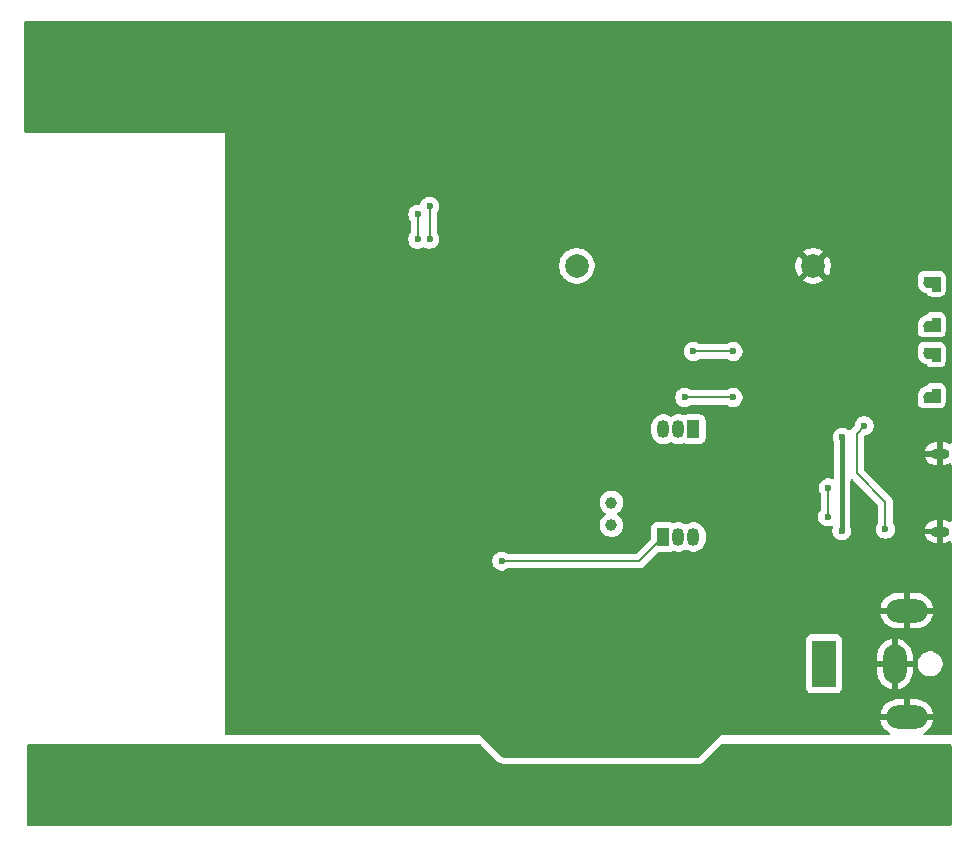
<source format=gbr>
%TF.GenerationSoftware,KiCad,Pcbnew,9.0.3*%
%TF.CreationDate,2025-08-19T04:28:39+03:00*%
%TF.ProjectId,esp,6573702e-6b69-4636-9164-5f7063625858,rev?*%
%TF.SameCoordinates,Original*%
%TF.FileFunction,Copper,L2,Bot*%
%TF.FilePolarity,Positive*%
%FSLAX46Y46*%
G04 Gerber Fmt 4.6, Leading zero omitted, Abs format (unit mm)*
G04 Created by KiCad (PCBNEW 9.0.3) date 2025-08-19 04:28:39*
%MOMM*%
%LPD*%
G01*
G04 APERTURE LIST*
%TA.AperFunction,EtchedComponent*%
%ADD10C,0.010000*%
%TD*%
%TA.AperFunction,ComponentPad*%
%ADD11C,1.000000*%
%TD*%
%TA.AperFunction,ComponentPad*%
%ADD12R,1.050000X1.500000*%
%TD*%
%TA.AperFunction,ComponentPad*%
%ADD13O,1.050000X1.500000*%
%TD*%
%TA.AperFunction,ComponentPad*%
%ADD14O,1.600000X0.900000*%
%TD*%
%TA.AperFunction,ComponentPad*%
%ADD15C,0.800000*%
%TD*%
%TA.AperFunction,ComponentPad*%
%ADD16C,2.000000*%
%TD*%
%TA.AperFunction,ComponentPad*%
%ADD17C,4.000000*%
%TD*%
%TA.AperFunction,ComponentPad*%
%ADD18R,2.000000X4.000000*%
%TD*%
%TA.AperFunction,ComponentPad*%
%ADD19O,2.000000X3.300000*%
%TD*%
%TA.AperFunction,ComponentPad*%
%ADD20O,3.500000X2.000000*%
%TD*%
%TA.AperFunction,ViaPad*%
%ADD21C,0.600000*%
%TD*%
%TA.AperFunction,Conductor*%
%ADD22C,0.400000*%
%TD*%
%TA.AperFunction,Conductor*%
%ADD23C,0.200000*%
%TD*%
G04 APERTURE END LIST*
D10*
%TO.C,S1*%
X117987500Y-66600000D02*
X117337500Y-66600000D01*
X117337500Y-66325000D01*
X117037500Y-66325000D01*
X117016500Y-66324000D01*
X116995500Y-66323000D01*
X116974500Y-66320000D01*
X116954500Y-66316000D01*
X116933500Y-66311000D01*
X116913500Y-66305000D01*
X116894500Y-66298000D01*
X116874500Y-66290000D01*
X116855500Y-66281000D01*
X116837500Y-66271000D01*
X116819500Y-66260000D01*
X116802500Y-66249000D01*
X116785500Y-66236000D01*
X116769500Y-66222000D01*
X116754500Y-66208000D01*
X116740500Y-66193000D01*
X116726500Y-66177000D01*
X116713500Y-66160000D01*
X116702500Y-66143000D01*
X116691500Y-66125000D01*
X116681500Y-66107000D01*
X116672500Y-66088000D01*
X116664500Y-66068000D01*
X116657500Y-66049000D01*
X116651500Y-66029000D01*
X116646500Y-66008000D01*
X116642500Y-65988000D01*
X116639500Y-65967000D01*
X116638500Y-65946000D01*
X116637500Y-65925000D01*
X116637500Y-65450000D01*
X117987500Y-65450000D01*
X117987500Y-66600000D01*
%TA.AperFunction,EtchedComponent*%
G36*
X117987500Y-66600000D02*
G01*
X117337500Y-66600000D01*
X117337500Y-66325000D01*
X117037500Y-66325000D01*
X117016500Y-66324000D01*
X116995500Y-66323000D01*
X116974500Y-66320000D01*
X116954500Y-66316000D01*
X116933500Y-66311000D01*
X116913500Y-66305000D01*
X116894500Y-66298000D01*
X116874500Y-66290000D01*
X116855500Y-66281000D01*
X116837500Y-66271000D01*
X116819500Y-66260000D01*
X116802500Y-66249000D01*
X116785500Y-66236000D01*
X116769500Y-66222000D01*
X116754500Y-66208000D01*
X116740500Y-66193000D01*
X116726500Y-66177000D01*
X116713500Y-66160000D01*
X116702500Y-66143000D01*
X116691500Y-66125000D01*
X116681500Y-66107000D01*
X116672500Y-66088000D01*
X116664500Y-66068000D01*
X116657500Y-66049000D01*
X116651500Y-66029000D01*
X116646500Y-66008000D01*
X116642500Y-65988000D01*
X116639500Y-65967000D01*
X116638500Y-65946000D01*
X116637500Y-65925000D01*
X116637500Y-65450000D01*
X117987500Y-65450000D01*
X117987500Y-66600000D01*
G37*
%TD.AperFunction*%
X117987500Y-70050000D02*
X116637500Y-70050000D01*
X116637500Y-69575000D01*
X116638500Y-69554000D01*
X116639500Y-69533000D01*
X116642500Y-69512000D01*
X116646500Y-69492000D01*
X116651500Y-69471000D01*
X116657500Y-69451000D01*
X116664500Y-69432000D01*
X116672500Y-69412000D01*
X116681500Y-69393000D01*
X116691500Y-69375000D01*
X116702500Y-69357000D01*
X116713500Y-69340000D01*
X116726500Y-69323000D01*
X116740500Y-69307000D01*
X116754500Y-69292000D01*
X116769500Y-69278000D01*
X116785500Y-69264000D01*
X116802500Y-69251000D01*
X116819500Y-69240000D01*
X116837500Y-69229000D01*
X116855500Y-69219000D01*
X116874500Y-69210000D01*
X116894500Y-69202000D01*
X116913500Y-69195000D01*
X116933500Y-69189000D01*
X116954500Y-69184000D01*
X116974500Y-69180000D01*
X116995500Y-69177000D01*
X117016500Y-69176000D01*
X117037500Y-69175000D01*
X117337500Y-69175000D01*
X117337500Y-68900000D01*
X117987500Y-68900000D01*
X117987500Y-70050000D01*
%TA.AperFunction,EtchedComponent*%
G36*
X117987500Y-70050000D02*
G01*
X116637500Y-70050000D01*
X116637500Y-69575000D01*
X116638500Y-69554000D01*
X116639500Y-69533000D01*
X116642500Y-69512000D01*
X116646500Y-69492000D01*
X116651500Y-69471000D01*
X116657500Y-69451000D01*
X116664500Y-69432000D01*
X116672500Y-69412000D01*
X116681500Y-69393000D01*
X116691500Y-69375000D01*
X116702500Y-69357000D01*
X116713500Y-69340000D01*
X116726500Y-69323000D01*
X116740500Y-69307000D01*
X116754500Y-69292000D01*
X116769500Y-69278000D01*
X116785500Y-69264000D01*
X116802500Y-69251000D01*
X116819500Y-69240000D01*
X116837500Y-69229000D01*
X116855500Y-69219000D01*
X116874500Y-69210000D01*
X116894500Y-69202000D01*
X116913500Y-69195000D01*
X116933500Y-69189000D01*
X116954500Y-69184000D01*
X116974500Y-69180000D01*
X116995500Y-69177000D01*
X117016500Y-69176000D01*
X117037500Y-69175000D01*
X117337500Y-69175000D01*
X117337500Y-68900000D01*
X117987500Y-68900000D01*
X117987500Y-70050000D01*
G37*
%TD.AperFunction*%
%TO.C,S2*%
X117987500Y-60600000D02*
X117337500Y-60600000D01*
X117337500Y-60325000D01*
X117037500Y-60325000D01*
X117016500Y-60324000D01*
X116995500Y-60323000D01*
X116974500Y-60320000D01*
X116954500Y-60316000D01*
X116933500Y-60311000D01*
X116913500Y-60305000D01*
X116894500Y-60298000D01*
X116874500Y-60290000D01*
X116855500Y-60281000D01*
X116837500Y-60271000D01*
X116819500Y-60260000D01*
X116802500Y-60249000D01*
X116785500Y-60236000D01*
X116769500Y-60222000D01*
X116754500Y-60208000D01*
X116740500Y-60193000D01*
X116726500Y-60177000D01*
X116713500Y-60160000D01*
X116702500Y-60143000D01*
X116691500Y-60125000D01*
X116681500Y-60107000D01*
X116672500Y-60088000D01*
X116664500Y-60068000D01*
X116657500Y-60049000D01*
X116651500Y-60029000D01*
X116646500Y-60008000D01*
X116642500Y-59988000D01*
X116639500Y-59967000D01*
X116638500Y-59946000D01*
X116637500Y-59925000D01*
X116637500Y-59450000D01*
X117987500Y-59450000D01*
X117987500Y-60600000D01*
%TA.AperFunction,EtchedComponent*%
G36*
X117987500Y-60600000D02*
G01*
X117337500Y-60600000D01*
X117337500Y-60325000D01*
X117037500Y-60325000D01*
X117016500Y-60324000D01*
X116995500Y-60323000D01*
X116974500Y-60320000D01*
X116954500Y-60316000D01*
X116933500Y-60311000D01*
X116913500Y-60305000D01*
X116894500Y-60298000D01*
X116874500Y-60290000D01*
X116855500Y-60281000D01*
X116837500Y-60271000D01*
X116819500Y-60260000D01*
X116802500Y-60249000D01*
X116785500Y-60236000D01*
X116769500Y-60222000D01*
X116754500Y-60208000D01*
X116740500Y-60193000D01*
X116726500Y-60177000D01*
X116713500Y-60160000D01*
X116702500Y-60143000D01*
X116691500Y-60125000D01*
X116681500Y-60107000D01*
X116672500Y-60088000D01*
X116664500Y-60068000D01*
X116657500Y-60049000D01*
X116651500Y-60029000D01*
X116646500Y-60008000D01*
X116642500Y-59988000D01*
X116639500Y-59967000D01*
X116638500Y-59946000D01*
X116637500Y-59925000D01*
X116637500Y-59450000D01*
X117987500Y-59450000D01*
X117987500Y-60600000D01*
G37*
%TD.AperFunction*%
X117987500Y-64050000D02*
X116637500Y-64050000D01*
X116637500Y-63575000D01*
X116638500Y-63554000D01*
X116639500Y-63533000D01*
X116642500Y-63512000D01*
X116646500Y-63492000D01*
X116651500Y-63471000D01*
X116657500Y-63451000D01*
X116664500Y-63432000D01*
X116672500Y-63412000D01*
X116681500Y-63393000D01*
X116691500Y-63375000D01*
X116702500Y-63357000D01*
X116713500Y-63340000D01*
X116726500Y-63323000D01*
X116740500Y-63307000D01*
X116754500Y-63292000D01*
X116769500Y-63278000D01*
X116785500Y-63264000D01*
X116802500Y-63251000D01*
X116819500Y-63240000D01*
X116837500Y-63229000D01*
X116855500Y-63219000D01*
X116874500Y-63210000D01*
X116894500Y-63202000D01*
X116913500Y-63195000D01*
X116933500Y-63189000D01*
X116954500Y-63184000D01*
X116974500Y-63180000D01*
X116995500Y-63177000D01*
X117016500Y-63176000D01*
X117037500Y-63175000D01*
X117337500Y-63175000D01*
X117337500Y-62900000D01*
X117987500Y-62900000D01*
X117987500Y-64050000D01*
%TA.AperFunction,EtchedComponent*%
G36*
X117987500Y-64050000D02*
G01*
X116637500Y-64050000D01*
X116637500Y-63575000D01*
X116638500Y-63554000D01*
X116639500Y-63533000D01*
X116642500Y-63512000D01*
X116646500Y-63492000D01*
X116651500Y-63471000D01*
X116657500Y-63451000D01*
X116664500Y-63432000D01*
X116672500Y-63412000D01*
X116681500Y-63393000D01*
X116691500Y-63375000D01*
X116702500Y-63357000D01*
X116713500Y-63340000D01*
X116726500Y-63323000D01*
X116740500Y-63307000D01*
X116754500Y-63292000D01*
X116769500Y-63278000D01*
X116785500Y-63264000D01*
X116802500Y-63251000D01*
X116819500Y-63240000D01*
X116837500Y-63229000D01*
X116855500Y-63219000D01*
X116874500Y-63210000D01*
X116894500Y-63202000D01*
X116913500Y-63195000D01*
X116933500Y-63189000D01*
X116954500Y-63184000D01*
X116974500Y-63180000D01*
X116995500Y-63177000D01*
X117016500Y-63176000D01*
X117037500Y-63175000D01*
X117337500Y-63175000D01*
X117337500Y-62900000D01*
X117987500Y-62900000D01*
X117987500Y-64050000D01*
G37*
%TD.AperFunction*%
%TD*%
D11*
%TO.P,Y1,1,1*%
%TO.N,Net-(U3-X1)*%
X90200000Y-80450000D03*
%TO.P,Y1,2,2*%
%TO.N,Net-(U3-X2)*%
X90200000Y-78550000D03*
%TD*%
D12*
%TO.P,Q1,1,C*%
%TO.N,/EN*%
X94600000Y-81460000D03*
D13*
%TO.P,Q1,2,B*%
%TO.N,Net-(Q1-B)*%
X95870000Y-81460000D03*
%TO.P,Q1,3,E*%
%TO.N,/RTS*%
X97140000Y-81460000D03*
%TD*%
D14*
%TO.P,J2,6,Shield*%
%TO.N,GND*%
X118000000Y-81000000D03*
X118000000Y-74400000D03*
%TD*%
D15*
%TO.P,S1,SH1*%
%TO.N,N/C*%
X117037500Y-65925000D03*
%TO.P,S1,SH2*%
X117037500Y-69575000D03*
%TD*%
D16*
%TO.P,bat_3v1,1,+*%
%TO.N,Net-(U3-VCC1)*%
X87275062Y-58500000D03*
%TO.P,bat_3v1,2,-*%
%TO.N,GND*%
X107275062Y-58500000D03*
%TD*%
D17*
%TO.P,HO1,1,1*%
%TO.N,+5V*%
X44500000Y-101750000D03*
%TD*%
%TO.P,HO2,1,1*%
%TO.N,+5V*%
X112000000Y-101750000D03*
%TD*%
D15*
%TO.P,S2,SH1*%
%TO.N,N/C*%
X117037500Y-59925000D03*
%TO.P,S2,SH2*%
X117037500Y-63575000D03*
%TD*%
D18*
%TO.P,J1,1*%
%TO.N,+9V*%
X108200000Y-92200000D03*
D19*
%TO.P,J1,2*%
%TO.N,GND*%
X114200000Y-92200000D03*
D20*
%TO.P,J1,MP,MountPin*%
X115200000Y-96700000D03*
X115200000Y-87700000D03*
%TD*%
D17*
%TO.P,HO4,1,1*%
%TO.N,GND*%
X112000000Y-40500000D03*
%TD*%
D12*
%TO.P,Q2,1,C*%
%TO.N,/IO0*%
X97140000Y-72340000D03*
D13*
%TO.P,Q2,2,B*%
%TO.N,Net-(Q2-B)*%
X95870000Y-72340000D03*
%TO.P,Q2,3,E*%
%TO.N,/DTR*%
X94600000Y-72340000D03*
%TD*%
D17*
%TO.P,HO3,1,1*%
%TO.N,GND*%
X44500000Y-40500000D03*
%TD*%
D21*
%TO.N,GND*%
X67300000Y-71750000D03*
X103500000Y-79300000D03*
X90900000Y-97550000D03*
X101500000Y-96450000D03*
X100600000Y-96350000D03*
X90900000Y-98350000D03*
X58450000Y-62250000D03*
X82300000Y-75650000D03*
X112000000Y-60850000D03*
X106600000Y-70950000D03*
X103550000Y-77150000D03*
X103900000Y-97250000D03*
X102300000Y-96450000D03*
X65000000Y-74050000D03*
X89300000Y-97550000D03*
X66600000Y-72450000D03*
X103100000Y-96450000D03*
X80700000Y-98950000D03*
X82300000Y-99750000D03*
X103600000Y-70950000D03*
X83900000Y-98950000D03*
X83100000Y-98950000D03*
X98200000Y-98812500D03*
X105500000Y-97250000D03*
X85100000Y-98150000D03*
X89300000Y-98350000D03*
X82300000Y-98950000D03*
X64300000Y-71750000D03*
X90100000Y-97550000D03*
X86900000Y-97550000D03*
X105650000Y-77150000D03*
X105650000Y-79350000D03*
X88500000Y-97550000D03*
X91200000Y-74300000D03*
X85900000Y-98150000D03*
X65200000Y-95250000D03*
X66600000Y-74050000D03*
X65000000Y-72450000D03*
X65800000Y-74750000D03*
X103100000Y-97250000D03*
X65790000Y-73280000D03*
X64200000Y-74750000D03*
X65800000Y-71750000D03*
X81500000Y-98950000D03*
X67300000Y-74750000D03*
X66500000Y-96450000D03*
X87700000Y-97550000D03*
X84700000Y-98950000D03*
X112362500Y-73900000D03*
X77700000Y-78350000D03*
X83100000Y-99750000D03*
X58285000Y-87300000D03*
X104700000Y-97250000D03*
X81500000Y-99750000D03*
X67300000Y-73250000D03*
X88500000Y-98350000D03*
X64300000Y-73250000D03*
X87700000Y-98350000D03*
X100200000Y-95650000D03*
X102300000Y-97250000D03*
X90100000Y-98350000D03*
X104700000Y-96450000D03*
X103900000Y-96450000D03*
X112000000Y-66850000D03*
X104550000Y-78250000D03*
X112362500Y-75400000D03*
X83900000Y-99750000D03*
X110900000Y-78000000D03*
X86900000Y-98350000D03*
X105500000Y-96450000D03*
X101500000Y-97250000D03*
X84700000Y-99750000D03*
X85500000Y-65350000D03*
%TO.N,+3.3V*%
X109737500Y-73000000D03*
X109700000Y-80950000D03*
%TO.N,/EN*%
X100500000Y-69650000D03*
X96400000Y-69650000D03*
X80900000Y-83500000D03*
%TO.N,+5V*%
X77500000Y-100750000D03*
X74500000Y-100750000D03*
X72500000Y-100750000D03*
X79500000Y-100750000D03*
X75500000Y-101750000D03*
X75500000Y-102750000D03*
X79500000Y-101750000D03*
X73500000Y-100750000D03*
X76500000Y-100750000D03*
X76500000Y-102750000D03*
X74500000Y-101750000D03*
X79500000Y-102750000D03*
X78500000Y-100750000D03*
X73500000Y-102750000D03*
X78500000Y-101750000D03*
X75500000Y-100750000D03*
X76500000Y-101750000D03*
X77500000Y-101750000D03*
X74500000Y-102750000D03*
X73500000Y-101750000D03*
X77500000Y-102750000D03*
X72500000Y-102750000D03*
X78500000Y-102750000D03*
X72500000Y-101750000D03*
%TO.N,/IO0*%
X97140000Y-65750000D03*
X100500000Y-65750000D03*
%TO.N,/VBUS*%
X113400000Y-80800000D03*
X111600000Y-72050000D03*
%TO.N,/USB_D_P*%
X108500000Y-79750000D03*
X108555331Y-77305331D03*
%TO.N,/ind_cs*%
X74800000Y-56250000D03*
X74800000Y-53450000D03*
%TO.N,/ind_clk*%
X73800000Y-54150000D03*
X73800000Y-56250000D03*
%TD*%
D22*
%TO.N,+3.3V*%
X109737500Y-80912500D02*
X109700000Y-80950000D01*
X109737500Y-73000000D02*
X109737500Y-80912500D01*
D23*
%TO.N,/EN*%
X92560000Y-83500000D02*
X80900000Y-83500000D01*
X92560000Y-83500000D02*
X94600000Y-81460000D01*
X100600000Y-69650000D02*
X100500000Y-69650000D01*
X100500000Y-69650000D02*
X96400000Y-69650000D01*
%TO.N,/IO0*%
X100500000Y-65750000D02*
X97140000Y-65750000D01*
%TO.N,/VBUS*%
X111600000Y-72050000D02*
X110950000Y-72700000D01*
X113400000Y-78500000D02*
X113400000Y-80800000D01*
X110950000Y-72700000D02*
X110950000Y-76050000D01*
X110950000Y-76050000D02*
X113400000Y-78500000D01*
%TO.N,/USB_D_P*%
X108555331Y-79694669D02*
X108500000Y-79750000D01*
X108555331Y-77305331D02*
X108555331Y-79694669D01*
%TO.N,/ind_cs*%
X74800000Y-53450000D02*
X74800000Y-56250000D01*
%TO.N,/ind_clk*%
X73800000Y-54150000D02*
X73800000Y-56250000D01*
%TD*%
%TA.AperFunction,Conductor*%
%TO.N,GND*%
G36*
X118942539Y-37769685D02*
G01*
X118988294Y-37822489D01*
X118999500Y-37874000D01*
X118999500Y-73459438D01*
X118979815Y-73526477D01*
X118927011Y-73572232D01*
X118857853Y-73582176D01*
X118806611Y-73562542D01*
X118799996Y-73558122D01*
X118799991Y-73558119D01*
X118627105Y-73486508D01*
X118627097Y-73486506D01*
X118443570Y-73450000D01*
X118250000Y-73450000D01*
X118250000Y-74150000D01*
X117750000Y-74150000D01*
X117750000Y-73450000D01*
X117556430Y-73450000D01*
X117372902Y-73486506D01*
X117372894Y-73486508D01*
X117200008Y-73558119D01*
X117199999Y-73558124D01*
X117044410Y-73662086D01*
X117044406Y-73662089D01*
X116912089Y-73794406D01*
X116912086Y-73794410D01*
X116808124Y-73949999D01*
X116808119Y-73950008D01*
X116736507Y-74122896D01*
X116736506Y-74122899D01*
X116731115Y-74149999D01*
X116731116Y-74150000D01*
X117600272Y-74150000D01*
X117508386Y-74188060D01*
X117438060Y-74258386D01*
X117400000Y-74350272D01*
X117400000Y-74449728D01*
X117438060Y-74541614D01*
X117508386Y-74611940D01*
X117600272Y-74650000D01*
X116731116Y-74650000D01*
X116736506Y-74677100D01*
X116736507Y-74677103D01*
X116808119Y-74849991D01*
X116808124Y-74850000D01*
X116912086Y-75005589D01*
X116912089Y-75005593D01*
X117044406Y-75137910D01*
X117044410Y-75137913D01*
X117199999Y-75241875D01*
X117200008Y-75241880D01*
X117372894Y-75313491D01*
X117372902Y-75313493D01*
X117556428Y-75349999D01*
X117556431Y-75350000D01*
X117750000Y-75350000D01*
X117750000Y-74650000D01*
X118250000Y-74650000D01*
X118250000Y-75350000D01*
X118443569Y-75350000D01*
X118443571Y-75349999D01*
X118627097Y-75313493D01*
X118627105Y-75313491D01*
X118799991Y-75241880D01*
X118800000Y-75241875D01*
X118806605Y-75237462D01*
X118873282Y-75216581D01*
X118940663Y-75235063D01*
X118987355Y-75287040D01*
X118999500Y-75340561D01*
X118999500Y-80059438D01*
X118979815Y-80126477D01*
X118927011Y-80172232D01*
X118857853Y-80182176D01*
X118806611Y-80162542D01*
X118799996Y-80158122D01*
X118799991Y-80158119D01*
X118627105Y-80086508D01*
X118627097Y-80086506D01*
X118443570Y-80050000D01*
X118250000Y-80050000D01*
X118250000Y-80750000D01*
X117750000Y-80750000D01*
X117750000Y-80050000D01*
X117556430Y-80050000D01*
X117372902Y-80086506D01*
X117372894Y-80086508D01*
X117200008Y-80158119D01*
X117199999Y-80158124D01*
X117044410Y-80262086D01*
X117044406Y-80262089D01*
X116912089Y-80394406D01*
X116912086Y-80394410D01*
X116808124Y-80549999D01*
X116808119Y-80550008D01*
X116736507Y-80722896D01*
X116736506Y-80722899D01*
X116731115Y-80749999D01*
X116731116Y-80750000D01*
X117600272Y-80750000D01*
X117508386Y-80788060D01*
X117438060Y-80858386D01*
X117400000Y-80950272D01*
X117400000Y-81049728D01*
X117438060Y-81141614D01*
X117508386Y-81211940D01*
X117600272Y-81250000D01*
X116731116Y-81250000D01*
X116736506Y-81277100D01*
X116736507Y-81277103D01*
X116808119Y-81449991D01*
X116808124Y-81450000D01*
X116912086Y-81605589D01*
X116912089Y-81605593D01*
X117044406Y-81737910D01*
X117044410Y-81737913D01*
X117199999Y-81841875D01*
X117200008Y-81841880D01*
X117372894Y-81913491D01*
X117372902Y-81913493D01*
X117556428Y-81949999D01*
X117556431Y-81950000D01*
X117750000Y-81950000D01*
X117750000Y-81250000D01*
X118250000Y-81250000D01*
X118250000Y-81950000D01*
X118443569Y-81950000D01*
X118443571Y-81949999D01*
X118627097Y-81913493D01*
X118627105Y-81913491D01*
X118799991Y-81841880D01*
X118800000Y-81841875D01*
X118806605Y-81837462D01*
X118873282Y-81816581D01*
X118940663Y-81835063D01*
X118987355Y-81887040D01*
X118999500Y-81940561D01*
X118999500Y-98126000D01*
X118979815Y-98193039D01*
X118927011Y-98238794D01*
X118875500Y-98250000D01*
X116728485Y-98250000D01*
X116661446Y-98230315D01*
X116615691Y-98177511D01*
X116605747Y-98108353D01*
X116634772Y-98044797D01*
X116672190Y-98015515D01*
X116736171Y-97982914D01*
X116927186Y-97844133D01*
X117094133Y-97677186D01*
X117232914Y-97486171D01*
X117340102Y-97275802D01*
X117413065Y-97051247D01*
X117429102Y-96950000D01*
X116383012Y-96950000D01*
X116415925Y-96892993D01*
X116450000Y-96765826D01*
X116450000Y-96634174D01*
X116415925Y-96507007D01*
X116383012Y-96450000D01*
X117429102Y-96450000D01*
X117413065Y-96348752D01*
X117340102Y-96124197D01*
X117232914Y-95913828D01*
X117094133Y-95722813D01*
X116927186Y-95555866D01*
X116736171Y-95417085D01*
X116525802Y-95309897D01*
X116301247Y-95236934D01*
X116301248Y-95236934D01*
X116068052Y-95200000D01*
X115450000Y-95200000D01*
X115450000Y-96200000D01*
X114950000Y-96200000D01*
X114950000Y-95200000D01*
X114331948Y-95200000D01*
X114098752Y-95236934D01*
X113874197Y-95309897D01*
X113663828Y-95417085D01*
X113472813Y-95555866D01*
X113305866Y-95722813D01*
X113167085Y-95913828D01*
X113059897Y-96124197D01*
X112986934Y-96348752D01*
X112970898Y-96450000D01*
X114016988Y-96450000D01*
X113984075Y-96507007D01*
X113950000Y-96634174D01*
X113950000Y-96765826D01*
X113984075Y-96892993D01*
X114016988Y-96950000D01*
X112970898Y-96950000D01*
X112986934Y-97051247D01*
X113059897Y-97275802D01*
X113167085Y-97486171D01*
X113305866Y-97677186D01*
X113472813Y-97844133D01*
X113663828Y-97982914D01*
X113727810Y-98015515D01*
X113778606Y-98063490D01*
X113795401Y-98131311D01*
X113772863Y-98197446D01*
X113718148Y-98240897D01*
X113671515Y-98250000D01*
X99499999Y-98250000D01*
X97636319Y-100113681D01*
X97574996Y-100147166D01*
X97548638Y-100150000D01*
X81051362Y-100150000D01*
X80984323Y-100130315D01*
X80963681Y-100113681D01*
X79100000Y-98250000D01*
X57624000Y-98250000D01*
X57556961Y-98230315D01*
X57511206Y-98177511D01*
X57500000Y-98126000D01*
X57500000Y-90152135D01*
X106699500Y-90152135D01*
X106699500Y-94247870D01*
X106699501Y-94247876D01*
X106705908Y-94307483D01*
X106756202Y-94442328D01*
X106756206Y-94442335D01*
X106842452Y-94557544D01*
X106842455Y-94557547D01*
X106957664Y-94643793D01*
X106957671Y-94643797D01*
X107092517Y-94694091D01*
X107092516Y-94694091D01*
X107099444Y-94694835D01*
X107152127Y-94700500D01*
X109247872Y-94700499D01*
X109307483Y-94694091D01*
X109442331Y-94643796D01*
X109557546Y-94557546D01*
X109643796Y-94442331D01*
X109694091Y-94307483D01*
X109700500Y-94247873D01*
X109700499Y-91431947D01*
X112700000Y-91431947D01*
X112700000Y-91950000D01*
X113700000Y-91950000D01*
X113700000Y-92450000D01*
X112700000Y-92450000D01*
X112700000Y-92968052D01*
X112736934Y-93201247D01*
X112809897Y-93425802D01*
X112917085Y-93636171D01*
X113055866Y-93827186D01*
X113222813Y-93994133D01*
X113413828Y-94132914D01*
X113624195Y-94240102D01*
X113848744Y-94313063D01*
X113848750Y-94313065D01*
X113950000Y-94329101D01*
X113950000Y-93283012D01*
X114007007Y-93315925D01*
X114134174Y-93350000D01*
X114265826Y-93350000D01*
X114392993Y-93315925D01*
X114450000Y-93283012D01*
X114450000Y-94329100D01*
X114551249Y-94313065D01*
X114551255Y-94313063D01*
X114775804Y-94240102D01*
X114986171Y-94132914D01*
X115177186Y-93994133D01*
X115344133Y-93827186D01*
X115482914Y-93636171D01*
X115590102Y-93425802D01*
X115663065Y-93201247D01*
X115700000Y-92968052D01*
X115700000Y-92450000D01*
X114700000Y-92450000D01*
X114700000Y-92096530D01*
X116149500Y-92096530D01*
X116149500Y-92303469D01*
X116189868Y-92506412D01*
X116189870Y-92506420D01*
X116269058Y-92697596D01*
X116384024Y-92869657D01*
X116530342Y-93015975D01*
X116530345Y-93015977D01*
X116702402Y-93130941D01*
X116893580Y-93210130D01*
X117094519Y-93250099D01*
X117096530Y-93250499D01*
X117096534Y-93250500D01*
X117096535Y-93250500D01*
X117303466Y-93250500D01*
X117303467Y-93250499D01*
X117506420Y-93210130D01*
X117697598Y-93130941D01*
X117869655Y-93015977D01*
X118015977Y-92869655D01*
X118130941Y-92697598D01*
X118210130Y-92506420D01*
X118250500Y-92303465D01*
X118250500Y-92096535D01*
X118210130Y-91893580D01*
X118130941Y-91702402D01*
X118015977Y-91530345D01*
X118015975Y-91530342D01*
X117869657Y-91384024D01*
X117783626Y-91326541D01*
X117697598Y-91269059D01*
X117634669Y-91242993D01*
X117506420Y-91189870D01*
X117506412Y-91189868D01*
X117303469Y-91149500D01*
X117303465Y-91149500D01*
X117096535Y-91149500D01*
X117096530Y-91149500D01*
X116893587Y-91189868D01*
X116893579Y-91189870D01*
X116702403Y-91269058D01*
X116530342Y-91384024D01*
X116384024Y-91530342D01*
X116269058Y-91702403D01*
X116189870Y-91893579D01*
X116189868Y-91893587D01*
X116149500Y-92096530D01*
X114700000Y-92096530D01*
X114700000Y-91950000D01*
X115700000Y-91950000D01*
X115700000Y-91431947D01*
X115663065Y-91198752D01*
X115590102Y-90974197D01*
X115482914Y-90763828D01*
X115344133Y-90572813D01*
X115177186Y-90405866D01*
X114986171Y-90267085D01*
X114775802Y-90159897D01*
X114551247Y-90086934D01*
X114450000Y-90070897D01*
X114450000Y-91116988D01*
X114392993Y-91084075D01*
X114265826Y-91050000D01*
X114134174Y-91050000D01*
X114007007Y-91084075D01*
X113950000Y-91116988D01*
X113950000Y-90070897D01*
X113848752Y-90086934D01*
X113624197Y-90159897D01*
X113413828Y-90267085D01*
X113222813Y-90405866D01*
X113055866Y-90572813D01*
X112917085Y-90763828D01*
X112809897Y-90974197D01*
X112736934Y-91198752D01*
X112700000Y-91431947D01*
X109700499Y-91431947D01*
X109700499Y-90152128D01*
X109694091Y-90092517D01*
X109686027Y-90070897D01*
X109643797Y-89957671D01*
X109643793Y-89957664D01*
X109557547Y-89842455D01*
X109557544Y-89842452D01*
X109442335Y-89756206D01*
X109442328Y-89756202D01*
X109307482Y-89705908D01*
X109307483Y-89705908D01*
X109247883Y-89699501D01*
X109247881Y-89699500D01*
X109247873Y-89699500D01*
X109247864Y-89699500D01*
X107152129Y-89699500D01*
X107152123Y-89699501D01*
X107092516Y-89705908D01*
X106957671Y-89756202D01*
X106957664Y-89756206D01*
X106842455Y-89842452D01*
X106842452Y-89842455D01*
X106756206Y-89957664D01*
X106756202Y-89957671D01*
X106705908Y-90092517D01*
X106699501Y-90152116D01*
X106699501Y-90152123D01*
X106699500Y-90152135D01*
X57500000Y-90152135D01*
X57500000Y-87450000D01*
X112970898Y-87450000D01*
X114016988Y-87450000D01*
X113984075Y-87507007D01*
X113950000Y-87634174D01*
X113950000Y-87765826D01*
X113984075Y-87892993D01*
X114016988Y-87950000D01*
X112970898Y-87950000D01*
X112986934Y-88051247D01*
X113059897Y-88275802D01*
X113167085Y-88486171D01*
X113305866Y-88677186D01*
X113472813Y-88844133D01*
X113663828Y-88982914D01*
X113874197Y-89090102D01*
X114098752Y-89163065D01*
X114098751Y-89163065D01*
X114331948Y-89200000D01*
X114950000Y-89200000D01*
X114950000Y-88200000D01*
X115450000Y-88200000D01*
X115450000Y-89200000D01*
X116068052Y-89200000D01*
X116301247Y-89163065D01*
X116525802Y-89090102D01*
X116736171Y-88982914D01*
X116927186Y-88844133D01*
X117094133Y-88677186D01*
X117232914Y-88486171D01*
X117340102Y-88275802D01*
X117413065Y-88051247D01*
X117429102Y-87950000D01*
X116383012Y-87950000D01*
X116415925Y-87892993D01*
X116450000Y-87765826D01*
X116450000Y-87634174D01*
X116415925Y-87507007D01*
X116383012Y-87450000D01*
X117429102Y-87450000D01*
X117413065Y-87348752D01*
X117340102Y-87124197D01*
X117232914Y-86913828D01*
X117094133Y-86722813D01*
X116927186Y-86555866D01*
X116736171Y-86417085D01*
X116525802Y-86309897D01*
X116301247Y-86236934D01*
X116301248Y-86236934D01*
X116068052Y-86200000D01*
X115450000Y-86200000D01*
X115450000Y-87200000D01*
X114950000Y-87200000D01*
X114950000Y-86200000D01*
X114331948Y-86200000D01*
X114098752Y-86236934D01*
X113874197Y-86309897D01*
X113663828Y-86417085D01*
X113472813Y-86555866D01*
X113305866Y-86722813D01*
X113167085Y-86913828D01*
X113059897Y-87124197D01*
X112986934Y-87348752D01*
X112970898Y-87450000D01*
X57500000Y-87450000D01*
X57500000Y-83421153D01*
X80099500Y-83421153D01*
X80099500Y-83578846D01*
X80130261Y-83733489D01*
X80130264Y-83733501D01*
X80190602Y-83879172D01*
X80190609Y-83879185D01*
X80278210Y-84010288D01*
X80278213Y-84010292D01*
X80389707Y-84121786D01*
X80389711Y-84121789D01*
X80520814Y-84209390D01*
X80520827Y-84209397D01*
X80666498Y-84269735D01*
X80666503Y-84269737D01*
X80821153Y-84300499D01*
X80821156Y-84300500D01*
X80821158Y-84300500D01*
X80978844Y-84300500D01*
X80978845Y-84300499D01*
X81133497Y-84269737D01*
X81279179Y-84209394D01*
X81279185Y-84209390D01*
X81410875Y-84121398D01*
X81477553Y-84100520D01*
X81479766Y-84100500D01*
X92473331Y-84100500D01*
X92473347Y-84100501D01*
X92480943Y-84100501D01*
X92639054Y-84100501D01*
X92639057Y-84100501D01*
X92791785Y-84059577D01*
X92841904Y-84030639D01*
X92928716Y-83980520D01*
X93040520Y-83868716D01*
X93040520Y-83868714D01*
X93050728Y-83858507D01*
X93050730Y-83858504D01*
X94162416Y-82746818D01*
X94223739Y-82713333D01*
X94250097Y-82710499D01*
X95172871Y-82710499D01*
X95172872Y-82710499D01*
X95232483Y-82704091D01*
X95367331Y-82653796D01*
X95368430Y-82652972D01*
X95369717Y-82652492D01*
X95375112Y-82649547D01*
X95375535Y-82650322D01*
X95433887Y-82628552D01*
X95490198Y-82637673D01*
X95570873Y-82671091D01*
X95713696Y-82699500D01*
X95768992Y-82710499D01*
X95768996Y-82710500D01*
X95768997Y-82710500D01*
X95971004Y-82710500D01*
X95971005Y-82710499D01*
X96169127Y-82671091D01*
X96355756Y-82593786D01*
X96436110Y-82540094D01*
X96502786Y-82519217D01*
X96570166Y-82537701D01*
X96573865Y-82540078D01*
X96654244Y-82593786D01*
X96840873Y-82671091D01*
X96983696Y-82699500D01*
X97038992Y-82710499D01*
X97038996Y-82710500D01*
X97038997Y-82710500D01*
X97241004Y-82710500D01*
X97241005Y-82710499D01*
X97439127Y-82671091D01*
X97625756Y-82593786D01*
X97793718Y-82481558D01*
X97936558Y-82338718D01*
X98048786Y-82170756D01*
X98126091Y-81984127D01*
X98165500Y-81786003D01*
X98165500Y-81133997D01*
X98126091Y-80935873D01*
X98048786Y-80749244D01*
X98048784Y-80749241D01*
X98048782Y-80749237D01*
X97936558Y-80581281D01*
X97793718Y-80438441D01*
X97625762Y-80326217D01*
X97625752Y-80326212D01*
X97439127Y-80248909D01*
X97439119Y-80248907D01*
X97241007Y-80209500D01*
X97241003Y-80209500D01*
X97038997Y-80209500D01*
X97038992Y-80209500D01*
X96840880Y-80248907D01*
X96840872Y-80248909D01*
X96654244Y-80326213D01*
X96573891Y-80379904D01*
X96507213Y-80400782D01*
X96439833Y-80382297D01*
X96436109Y-80379904D01*
X96355755Y-80326213D01*
X96169127Y-80248909D01*
X96169119Y-80248907D01*
X95971007Y-80209500D01*
X95971003Y-80209500D01*
X95768997Y-80209500D01*
X95768992Y-80209500D01*
X95570880Y-80248907D01*
X95570868Y-80248910D01*
X95490198Y-80282325D01*
X95420729Y-80289794D01*
X95375342Y-80270036D01*
X95375114Y-80270454D01*
X95370447Y-80267905D01*
X95368432Y-80267028D01*
X95367331Y-80266204D01*
X95367330Y-80266203D01*
X95367328Y-80266202D01*
X95232482Y-80215908D01*
X95232483Y-80215908D01*
X95172883Y-80209501D01*
X95172881Y-80209500D01*
X95172873Y-80209500D01*
X95172864Y-80209500D01*
X94027129Y-80209500D01*
X94027123Y-80209501D01*
X93967516Y-80215908D01*
X93832671Y-80266202D01*
X93832664Y-80266206D01*
X93717455Y-80352452D01*
X93717452Y-80352455D01*
X93631206Y-80467664D01*
X93631202Y-80467671D01*
X93580908Y-80602517D01*
X93574501Y-80662116D01*
X93574500Y-80662135D01*
X93574500Y-81584901D01*
X93554815Y-81651940D01*
X93538181Y-81672582D01*
X92347584Y-82863181D01*
X92286261Y-82896666D01*
X92259903Y-82899500D01*
X81479766Y-82899500D01*
X81412727Y-82879815D01*
X81410875Y-82878602D01*
X81279185Y-82790609D01*
X81279172Y-82790602D01*
X81133501Y-82730264D01*
X81133489Y-82730261D01*
X80978845Y-82699500D01*
X80978842Y-82699500D01*
X80821158Y-82699500D01*
X80821155Y-82699500D01*
X80666510Y-82730261D01*
X80666498Y-82730264D01*
X80520827Y-82790602D01*
X80520814Y-82790609D01*
X80389711Y-82878210D01*
X80389707Y-82878213D01*
X80278213Y-82989707D01*
X80278210Y-82989711D01*
X80190609Y-83120814D01*
X80190602Y-83120827D01*
X80130264Y-83266498D01*
X80130261Y-83266510D01*
X80099500Y-83421153D01*
X57500000Y-83421153D01*
X57500000Y-78648543D01*
X89199499Y-78648543D01*
X89237947Y-78841829D01*
X89237950Y-78841839D01*
X89313364Y-79023907D01*
X89313371Y-79023920D01*
X89422860Y-79187781D01*
X89422863Y-79187785D01*
X89562214Y-79327136D01*
X89562218Y-79327139D01*
X89666618Y-79396898D01*
X89711423Y-79450511D01*
X89720130Y-79519836D01*
X89689975Y-79582863D01*
X89666618Y-79603102D01*
X89562218Y-79672860D01*
X89562214Y-79672863D01*
X89422863Y-79812214D01*
X89422860Y-79812218D01*
X89313371Y-79976079D01*
X89313364Y-79976092D01*
X89237950Y-80158160D01*
X89237947Y-80158170D01*
X89199500Y-80351456D01*
X89199500Y-80351459D01*
X89199500Y-80548541D01*
X89199500Y-80548543D01*
X89199499Y-80548543D01*
X89237947Y-80741829D01*
X89237950Y-80741839D01*
X89313364Y-80923907D01*
X89313371Y-80923920D01*
X89422860Y-81087781D01*
X89422863Y-81087785D01*
X89562214Y-81227136D01*
X89562218Y-81227139D01*
X89726079Y-81336628D01*
X89726092Y-81336635D01*
X89908160Y-81412049D01*
X89908165Y-81412051D01*
X89908169Y-81412051D01*
X89908170Y-81412052D01*
X90101456Y-81450500D01*
X90101459Y-81450500D01*
X90298543Y-81450500D01*
X90442894Y-81421786D01*
X90491835Y-81412051D01*
X90673914Y-81336632D01*
X90837782Y-81227139D01*
X90977139Y-81087782D01*
X91086632Y-80923914D01*
X91162051Y-80741835D01*
X91177798Y-80662670D01*
X91200500Y-80548543D01*
X91200500Y-80351456D01*
X91162052Y-80158170D01*
X91162051Y-80158169D01*
X91162051Y-80158165D01*
X91132369Y-80086506D01*
X91086635Y-79976092D01*
X91086628Y-79976079D01*
X90977139Y-79812218D01*
X90977136Y-79812214D01*
X90837785Y-79672863D01*
X90837777Y-79672857D01*
X90835227Y-79671153D01*
X107699500Y-79671153D01*
X107699500Y-79828846D01*
X107730261Y-79983489D01*
X107730264Y-79983501D01*
X107790602Y-80129172D01*
X107790609Y-80129185D01*
X107878210Y-80260288D01*
X107878213Y-80260292D01*
X107989707Y-80371786D01*
X107989711Y-80371789D01*
X108120814Y-80459390D01*
X108120827Y-80459397D01*
X108264646Y-80518968D01*
X108266503Y-80519737D01*
X108411310Y-80548541D01*
X108421153Y-80550499D01*
X108421156Y-80550500D01*
X108421158Y-80550500D01*
X108578844Y-80550500D01*
X108578845Y-80550499D01*
X108733497Y-80519737D01*
X108792825Y-80495162D01*
X108862291Y-80487694D01*
X108924770Y-80518968D01*
X108960423Y-80579057D01*
X108957930Y-80648882D01*
X108954837Y-80657175D01*
X108930263Y-80716503D01*
X108930261Y-80716510D01*
X108899500Y-80871153D01*
X108899500Y-81028846D01*
X108930261Y-81183489D01*
X108930264Y-81183501D01*
X108990602Y-81329172D01*
X108990609Y-81329185D01*
X109078210Y-81460288D01*
X109078213Y-81460292D01*
X109189707Y-81571786D01*
X109189711Y-81571789D01*
X109320814Y-81659390D01*
X109320827Y-81659397D01*
X109466498Y-81719735D01*
X109466503Y-81719737D01*
X109621153Y-81750499D01*
X109621156Y-81750500D01*
X109621158Y-81750500D01*
X109778844Y-81750500D01*
X109778845Y-81750499D01*
X109933497Y-81719737D01*
X110079179Y-81659394D01*
X110210289Y-81571789D01*
X110321789Y-81460289D01*
X110409394Y-81329179D01*
X110469737Y-81183497D01*
X110500500Y-81028842D01*
X110500500Y-80871158D01*
X110500500Y-80871155D01*
X110500499Y-80871153D01*
X110469739Y-80716511D01*
X110469736Y-80716501D01*
X110447439Y-80662670D01*
X110438000Y-80615218D01*
X110438000Y-76686597D01*
X110457685Y-76619558D01*
X110510489Y-76573803D01*
X110579647Y-76563859D01*
X110643203Y-76592884D01*
X110649681Y-76598916D01*
X112763181Y-78712416D01*
X112796666Y-78773739D01*
X112799500Y-78800097D01*
X112799500Y-80220234D01*
X112779815Y-80287273D01*
X112778602Y-80289125D01*
X112690609Y-80420814D01*
X112690602Y-80420827D01*
X112630264Y-80566498D01*
X112630261Y-80566510D01*
X112599500Y-80721153D01*
X112599500Y-80878846D01*
X112630261Y-81033489D01*
X112630264Y-81033501D01*
X112690602Y-81179172D01*
X112690609Y-81179185D01*
X112778210Y-81310288D01*
X112778213Y-81310292D01*
X112889707Y-81421786D01*
X112889711Y-81421789D01*
X113020814Y-81509390D01*
X113020827Y-81509397D01*
X113166498Y-81569735D01*
X113166503Y-81569737D01*
X113321153Y-81600499D01*
X113321156Y-81600500D01*
X113321158Y-81600500D01*
X113478844Y-81600500D01*
X113478845Y-81600499D01*
X113633497Y-81569737D01*
X113779179Y-81509394D01*
X113910289Y-81421789D01*
X114021789Y-81310289D01*
X114109394Y-81179179D01*
X114109398Y-81179170D01*
X114113521Y-81169218D01*
X114169735Y-81033501D01*
X114169737Y-81033497D01*
X114200500Y-80878842D01*
X114200500Y-80721158D01*
X114200500Y-80721155D01*
X114200499Y-80721153D01*
X114188866Y-80662670D01*
X114169737Y-80566503D01*
X114169735Y-80566498D01*
X114109397Y-80420827D01*
X114109390Y-80420814D01*
X114021398Y-80289125D01*
X114000520Y-80222447D01*
X114000500Y-80220234D01*
X114000500Y-78420945D01*
X114000500Y-78420943D01*
X113959577Y-78268216D01*
X113959577Y-78268215D01*
X113941590Y-78237061D01*
X113917020Y-78194504D01*
X113917020Y-78194503D01*
X113880524Y-78131290D01*
X113880521Y-78131286D01*
X113880520Y-78131284D01*
X113768716Y-78019480D01*
X113768715Y-78019479D01*
X113764385Y-78015149D01*
X113764374Y-78015139D01*
X111586819Y-75837584D01*
X111553334Y-75776261D01*
X111550500Y-75749903D01*
X111550500Y-73000097D01*
X111559144Y-72970657D01*
X111565667Y-72940672D01*
X111569422Y-72935654D01*
X111570185Y-72933058D01*
X111586812Y-72912422D01*
X111614662Y-72884572D01*
X111675981Y-72851089D01*
X111678150Y-72850638D01*
X111736085Y-72839113D01*
X111833497Y-72819737D01*
X111979179Y-72759394D01*
X112110289Y-72671789D01*
X112221789Y-72560289D01*
X112309394Y-72429179D01*
X112369737Y-72283497D01*
X112400500Y-72128842D01*
X112400500Y-71971158D01*
X112400500Y-71971155D01*
X112400499Y-71971153D01*
X112369738Y-71816510D01*
X112369738Y-71816508D01*
X112369737Y-71816503D01*
X112369476Y-71815872D01*
X112309397Y-71670827D01*
X112309390Y-71670814D01*
X112221789Y-71539711D01*
X112221786Y-71539707D01*
X112110292Y-71428213D01*
X112110288Y-71428210D01*
X111979185Y-71340609D01*
X111979172Y-71340602D01*
X111833501Y-71280264D01*
X111833489Y-71280261D01*
X111678845Y-71249500D01*
X111678842Y-71249500D01*
X111521158Y-71249500D01*
X111521155Y-71249500D01*
X111366510Y-71280261D01*
X111366498Y-71280264D01*
X111220827Y-71340602D01*
X111220814Y-71340609D01*
X111089711Y-71428210D01*
X111089707Y-71428213D01*
X110978213Y-71539707D01*
X110978210Y-71539711D01*
X110890609Y-71670814D01*
X110890602Y-71670827D01*
X110830264Y-71816498D01*
X110830261Y-71816508D01*
X110799361Y-71971849D01*
X110766976Y-72033760D01*
X110765425Y-72035338D01*
X110583892Y-72216871D01*
X110583883Y-72216880D01*
X110581286Y-72219478D01*
X110581284Y-72219480D01*
X110469480Y-72331284D01*
X110445659Y-72372543D01*
X110437293Y-72381965D01*
X110417925Y-72394082D01*
X110401393Y-72409846D01*
X110388870Y-72412259D01*
X110378060Y-72419023D01*
X110355220Y-72418745D01*
X110332786Y-72423070D01*
X110320945Y-72418329D01*
X110308196Y-72418175D01*
X110289130Y-72405592D01*
X110267921Y-72397102D01*
X110256891Y-72387312D01*
X110247792Y-72378213D01*
X110247788Y-72378210D01*
X110116685Y-72290609D01*
X110116672Y-72290602D01*
X109971001Y-72230264D01*
X109970989Y-72230261D01*
X109816345Y-72199500D01*
X109816342Y-72199500D01*
X109658658Y-72199500D01*
X109658655Y-72199500D01*
X109504010Y-72230261D01*
X109503998Y-72230264D01*
X109358327Y-72290602D01*
X109358314Y-72290609D01*
X109227211Y-72378210D01*
X109227207Y-72378213D01*
X109115713Y-72489707D01*
X109115710Y-72489711D01*
X109028109Y-72620814D01*
X109028102Y-72620827D01*
X108967764Y-72766498D01*
X108967761Y-72766510D01*
X108937000Y-72921153D01*
X108937000Y-73078846D01*
X108967761Y-73233489D01*
X108967764Y-73233501D01*
X109027561Y-73377864D01*
X109037000Y-73425316D01*
X109037000Y-76452811D01*
X109017315Y-76519850D01*
X108964511Y-76565605D01*
X108895353Y-76575549D01*
X108865548Y-76567372D01*
X108788832Y-76535595D01*
X108788820Y-76535592D01*
X108634176Y-76504831D01*
X108634173Y-76504831D01*
X108476489Y-76504831D01*
X108476486Y-76504831D01*
X108321841Y-76535592D01*
X108321829Y-76535595D01*
X108176158Y-76595933D01*
X108176145Y-76595940D01*
X108045042Y-76683541D01*
X108045038Y-76683544D01*
X107933544Y-76795038D01*
X107933541Y-76795042D01*
X107845940Y-76926145D01*
X107845933Y-76926158D01*
X107785595Y-77071829D01*
X107785592Y-77071841D01*
X107754831Y-77226484D01*
X107754831Y-77384177D01*
X107785592Y-77538820D01*
X107785595Y-77538832D01*
X107845933Y-77684503D01*
X107845940Y-77684516D01*
X107933933Y-77816205D01*
X107954811Y-77882882D01*
X107954831Y-77885096D01*
X107954831Y-79111728D01*
X107935146Y-79178767D01*
X107918512Y-79199409D01*
X107878213Y-79239707D01*
X107878210Y-79239711D01*
X107790609Y-79370814D01*
X107790602Y-79370827D01*
X107730264Y-79516498D01*
X107730261Y-79516510D01*
X107699500Y-79671153D01*
X90835227Y-79671153D01*
X90733381Y-79603102D01*
X90688575Y-79549490D01*
X90679868Y-79480165D01*
X90710022Y-79417138D01*
X90733381Y-79396898D01*
X90797553Y-79354019D01*
X90837782Y-79327139D01*
X90977139Y-79187782D01*
X91086632Y-79023914D01*
X91162051Y-78841835D01*
X91180570Y-78748735D01*
X91200500Y-78648543D01*
X91200500Y-78451456D01*
X91162052Y-78258170D01*
X91162051Y-78258169D01*
X91162051Y-78258165D01*
X91162049Y-78258160D01*
X91086635Y-78076092D01*
X91086628Y-78076079D01*
X90977139Y-77912218D01*
X90977136Y-77912214D01*
X90837785Y-77772863D01*
X90837781Y-77772860D01*
X90673920Y-77663371D01*
X90673907Y-77663364D01*
X90491839Y-77587950D01*
X90491829Y-77587947D01*
X90298543Y-77549500D01*
X90298541Y-77549500D01*
X90101459Y-77549500D01*
X90101457Y-77549500D01*
X89908170Y-77587947D01*
X89908160Y-77587950D01*
X89726092Y-77663364D01*
X89726079Y-77663371D01*
X89562218Y-77772860D01*
X89562214Y-77772863D01*
X89422863Y-77912214D01*
X89422860Y-77912218D01*
X89313371Y-78076079D01*
X89313364Y-78076092D01*
X89237950Y-78258160D01*
X89237947Y-78258170D01*
X89199500Y-78451456D01*
X89199500Y-78451459D01*
X89199500Y-78648541D01*
X89199500Y-78648543D01*
X89199499Y-78648543D01*
X57500000Y-78648543D01*
X57500000Y-72013992D01*
X93574500Y-72013992D01*
X93574500Y-72666007D01*
X93613907Y-72864119D01*
X93613909Y-72864127D01*
X93691212Y-73050752D01*
X93691217Y-73050762D01*
X93803441Y-73218718D01*
X93946281Y-73361558D01*
X94114237Y-73473782D01*
X94114241Y-73473784D01*
X94114244Y-73473786D01*
X94300873Y-73551091D01*
X94466777Y-73584091D01*
X94498992Y-73590499D01*
X94498996Y-73590500D01*
X94498997Y-73590500D01*
X94701004Y-73590500D01*
X94701005Y-73590499D01*
X94899127Y-73551091D01*
X95085756Y-73473786D01*
X95166110Y-73420094D01*
X95232786Y-73399217D01*
X95300166Y-73417701D01*
X95303865Y-73420078D01*
X95384244Y-73473786D01*
X95384245Y-73473786D01*
X95384246Y-73473787D01*
X95414957Y-73486508D01*
X95570873Y-73551091D01*
X95736777Y-73584091D01*
X95768992Y-73590499D01*
X95768996Y-73590500D01*
X95768997Y-73590500D01*
X95971004Y-73590500D01*
X95971005Y-73590499D01*
X96169127Y-73551091D01*
X96249798Y-73517674D01*
X96319267Y-73510205D01*
X96364658Y-73529962D01*
X96364886Y-73529546D01*
X96369540Y-73532087D01*
X96371562Y-73532967D01*
X96372669Y-73533796D01*
X96372670Y-73533796D01*
X96372671Y-73533797D01*
X96507517Y-73584091D01*
X96507516Y-73584091D01*
X96514444Y-73584835D01*
X96567127Y-73590500D01*
X97712872Y-73590499D01*
X97772483Y-73584091D01*
X97907331Y-73533796D01*
X98022546Y-73447546D01*
X98108796Y-73332331D01*
X98159091Y-73197483D01*
X98165500Y-73137873D01*
X98165499Y-71542128D01*
X98159091Y-71482517D01*
X98151170Y-71461281D01*
X98108797Y-71347671D01*
X98108793Y-71347664D01*
X98022547Y-71232455D01*
X98022544Y-71232452D01*
X97907335Y-71146206D01*
X97907328Y-71146202D01*
X97772482Y-71095908D01*
X97772483Y-71095908D01*
X97712883Y-71089501D01*
X97712881Y-71089500D01*
X97712873Y-71089500D01*
X97712864Y-71089500D01*
X96567129Y-71089500D01*
X96567123Y-71089501D01*
X96507516Y-71095908D01*
X96372672Y-71146202D01*
X96372665Y-71146206D01*
X96371556Y-71147037D01*
X96370258Y-71147520D01*
X96364887Y-71150454D01*
X96364465Y-71149681D01*
X96306090Y-71171449D01*
X96249800Y-71162325D01*
X96169127Y-71128909D01*
X96169119Y-71128907D01*
X95971007Y-71089500D01*
X95971003Y-71089500D01*
X95768997Y-71089500D01*
X95768992Y-71089500D01*
X95570880Y-71128907D01*
X95570872Y-71128909D01*
X95384244Y-71206213D01*
X95303891Y-71259904D01*
X95237213Y-71280782D01*
X95169833Y-71262297D01*
X95166109Y-71259904D01*
X95150538Y-71249500D01*
X95125024Y-71232452D01*
X95085755Y-71206213D01*
X94899127Y-71128909D01*
X94899119Y-71128907D01*
X94701007Y-71089500D01*
X94701003Y-71089500D01*
X94498997Y-71089500D01*
X94498992Y-71089500D01*
X94300880Y-71128907D01*
X94300872Y-71128909D01*
X94114247Y-71206212D01*
X94114237Y-71206217D01*
X93946281Y-71318441D01*
X93803441Y-71461281D01*
X93691217Y-71629237D01*
X93691212Y-71629247D01*
X93613909Y-71815872D01*
X93613907Y-71815880D01*
X93574500Y-72013992D01*
X57500000Y-72013992D01*
X57500000Y-69571153D01*
X95599500Y-69571153D01*
X95599500Y-69728846D01*
X95630261Y-69883489D01*
X95630264Y-69883501D01*
X95690602Y-70029172D01*
X95690609Y-70029185D01*
X95778210Y-70160288D01*
X95778213Y-70160292D01*
X95889707Y-70271786D01*
X95889711Y-70271789D01*
X96020814Y-70359390D01*
X96020827Y-70359397D01*
X96080964Y-70384306D01*
X96166503Y-70419737D01*
X96321153Y-70450499D01*
X96321156Y-70450500D01*
X96321158Y-70450500D01*
X96478844Y-70450500D01*
X96478845Y-70450499D01*
X96633497Y-70419737D01*
X96779179Y-70359394D01*
X96829167Y-70325993D01*
X96910875Y-70271398D01*
X96977553Y-70250520D01*
X96979766Y-70250500D01*
X99920234Y-70250500D01*
X99987273Y-70270185D01*
X99989125Y-70271398D01*
X100120814Y-70359390D01*
X100120827Y-70359397D01*
X100180964Y-70384306D01*
X100266503Y-70419737D01*
X100421153Y-70450499D01*
X100421156Y-70450500D01*
X100421158Y-70450500D01*
X100578844Y-70450500D01*
X100578845Y-70450499D01*
X100733497Y-70419737D01*
X100879179Y-70359394D01*
X101010289Y-70271789D01*
X101121789Y-70160289D01*
X101209394Y-70029179D01*
X101269737Y-69883497D01*
X101300500Y-69728842D01*
X101300500Y-69575003D01*
X116127000Y-69575003D01*
X116127000Y-70050002D01*
X116132195Y-70122652D01*
X116173133Y-70262068D01*
X116173136Y-70262075D01*
X116251686Y-70384301D01*
X116251688Y-70384304D01*
X116251689Y-70384305D01*
X116251690Y-70384306D01*
X116361503Y-70479460D01*
X116361504Y-70479460D01*
X116361506Y-70479462D01*
X116493669Y-70539819D01*
X116493676Y-70539821D01*
X116637500Y-70560500D01*
X116637501Y-70560500D01*
X117987500Y-70560500D01*
X118060152Y-70555304D01*
X118199569Y-70514367D01*
X118321806Y-70435810D01*
X118416960Y-70325997D01*
X118441716Y-70271789D01*
X118477319Y-70193830D01*
X118477321Y-70193823D01*
X118482142Y-70160292D01*
X118498000Y-70050000D01*
X118498000Y-68900000D01*
X118492804Y-68827348D01*
X118491352Y-68822404D01*
X118479703Y-68782730D01*
X118451867Y-68687931D01*
X118451514Y-68687382D01*
X118373313Y-68565698D01*
X118373311Y-68565695D01*
X118373310Y-68565694D01*
X118263497Y-68470540D01*
X118263495Y-68470539D01*
X118263493Y-68470537D01*
X118131330Y-68410180D01*
X118131323Y-68410178D01*
X118008178Y-68392473D01*
X117987500Y-68389500D01*
X117337500Y-68389500D01*
X117337497Y-68389500D01*
X117264847Y-68394695D01*
X117125431Y-68435633D01*
X117125424Y-68435636D01*
X117003198Y-68514186D01*
X117003195Y-68514188D01*
X116908039Y-68624003D01*
X116903243Y-68631467D01*
X116901341Y-68630245D01*
X116863710Y-68673662D01*
X116825416Y-68689963D01*
X116815236Y-68692387D01*
X116786824Y-68700025D01*
X116766812Y-68706029D01*
X116737000Y-68715981D01*
X116718059Y-68722960D01*
X116704904Y-68728013D01*
X116684888Y-68736019D01*
X116655972Y-68748636D01*
X116636953Y-68757645D01*
X116607575Y-68772744D01*
X116589600Y-68782730D01*
X116571305Y-68793396D01*
X116553269Y-68804419D01*
X116542207Y-68811374D01*
X116525161Y-68822404D01*
X116492399Y-68845478D01*
X116475384Y-68858489D01*
X116449345Y-68879799D01*
X116433296Y-68893842D01*
X116421227Y-68904749D01*
X116406158Y-68918813D01*
X116381313Y-68943658D01*
X116367249Y-68958727D01*
X116356342Y-68970796D01*
X116342299Y-68986845D01*
X116320989Y-69012884D01*
X116307978Y-69029899D01*
X116284904Y-69062661D01*
X116273874Y-69079707D01*
X116266919Y-69090769D01*
X116255896Y-69108805D01*
X116245230Y-69127100D01*
X116235244Y-69145075D01*
X116220145Y-69174453D01*
X116211136Y-69193472D01*
X116198519Y-69222388D01*
X116190513Y-69242404D01*
X116185460Y-69255559D01*
X116178481Y-69274500D01*
X116168529Y-69304312D01*
X116162525Y-69324324D01*
X116154882Y-69352754D01*
X116149882Y-69373752D01*
X116145916Y-69391869D01*
X116141916Y-69411872D01*
X116137130Y-69439808D01*
X116134130Y-69460813D01*
X116134127Y-69460841D01*
X116129578Y-69508710D01*
X116127577Y-69550730D01*
X116127000Y-69575003D01*
X101300500Y-69575003D01*
X101300500Y-69571158D01*
X101300500Y-69571155D01*
X101300499Y-69571153D01*
X101278549Y-69460804D01*
X101269737Y-69416503D01*
X101243332Y-69352754D01*
X101209397Y-69270827D01*
X101209390Y-69270814D01*
X101121789Y-69139711D01*
X101121786Y-69139707D01*
X101010292Y-69028213D01*
X101010288Y-69028210D01*
X100879185Y-68940609D01*
X100879172Y-68940602D01*
X100733501Y-68880264D01*
X100733489Y-68880261D01*
X100578845Y-68849500D01*
X100578842Y-68849500D01*
X100421158Y-68849500D01*
X100421155Y-68849500D01*
X100266510Y-68880261D01*
X100266498Y-68880264D01*
X100120827Y-68940602D01*
X100120814Y-68940609D01*
X99989125Y-69028602D01*
X99922447Y-69049480D01*
X99920234Y-69049500D01*
X96979766Y-69049500D01*
X96912727Y-69029815D01*
X96910875Y-69028602D01*
X96779185Y-68940609D01*
X96779172Y-68940602D01*
X96633501Y-68880264D01*
X96633489Y-68880261D01*
X96478845Y-68849500D01*
X96478842Y-68849500D01*
X96321158Y-68849500D01*
X96321155Y-68849500D01*
X96166510Y-68880261D01*
X96166498Y-68880264D01*
X96020827Y-68940602D01*
X96020814Y-68940609D01*
X95889711Y-69028210D01*
X95889707Y-69028213D01*
X95778213Y-69139707D01*
X95778210Y-69139711D01*
X95690609Y-69270814D01*
X95690602Y-69270827D01*
X95630264Y-69416498D01*
X95630261Y-69416510D01*
X95599500Y-69571153D01*
X57500000Y-69571153D01*
X57500000Y-65671153D01*
X96339500Y-65671153D01*
X96339500Y-65828846D01*
X96370261Y-65983489D01*
X96370264Y-65983501D01*
X96430602Y-66129172D01*
X96430609Y-66129185D01*
X96518210Y-66260288D01*
X96518213Y-66260292D01*
X96629707Y-66371786D01*
X96629711Y-66371789D01*
X96760814Y-66459390D01*
X96760827Y-66459397D01*
X96890610Y-66513154D01*
X96906503Y-66519737D01*
X97061153Y-66550499D01*
X97061156Y-66550500D01*
X97061158Y-66550500D01*
X97218844Y-66550500D01*
X97218845Y-66550499D01*
X97373497Y-66519737D01*
X97519179Y-66459394D01*
X97552200Y-66437330D01*
X97650875Y-66371398D01*
X97717553Y-66350520D01*
X97719766Y-66350500D01*
X99920234Y-66350500D01*
X99987273Y-66370185D01*
X99989125Y-66371398D01*
X100120814Y-66459390D01*
X100120827Y-66459397D01*
X100250610Y-66513154D01*
X100266503Y-66519737D01*
X100421153Y-66550499D01*
X100421156Y-66550500D01*
X100421158Y-66550500D01*
X100578844Y-66550500D01*
X100578845Y-66550499D01*
X100733497Y-66519737D01*
X100879179Y-66459394D01*
X101010289Y-66371789D01*
X101121789Y-66260289D01*
X101209394Y-66129179D01*
X101210609Y-66126247D01*
X101237967Y-66060196D01*
X101269737Y-65983497D01*
X101300500Y-65828842D01*
X101300500Y-65671158D01*
X101300500Y-65671155D01*
X101300499Y-65671153D01*
X101269738Y-65516510D01*
X101269737Y-65516503D01*
X101242191Y-65450000D01*
X116127000Y-65450000D01*
X116127000Y-65924996D01*
X116127577Y-65949269D01*
X116129578Y-65991289D01*
X116134127Y-66039158D01*
X116134130Y-66039186D01*
X116137130Y-66060191D01*
X116141916Y-66088127D01*
X116145916Y-66108130D01*
X116149882Y-66126247D01*
X116154882Y-66147245D01*
X116162525Y-66175675D01*
X116168529Y-66195687D01*
X116178481Y-66225499D01*
X116185460Y-66244440D01*
X116185476Y-66244483D01*
X116190513Y-66257595D01*
X116198519Y-66277611D01*
X116211136Y-66306527D01*
X116220145Y-66325546D01*
X116235244Y-66354924D01*
X116245230Y-66372899D01*
X116255896Y-66391194D01*
X116255900Y-66391200D01*
X116266900Y-66409200D01*
X116266919Y-66409230D01*
X116273874Y-66420292D01*
X116284904Y-66437338D01*
X116307978Y-66470100D01*
X116320989Y-66487115D01*
X116342299Y-66513154D01*
X116356342Y-66529203D01*
X116367249Y-66541272D01*
X116367277Y-66541302D01*
X116367296Y-66541323D01*
X116381296Y-66556323D01*
X116381313Y-66556341D01*
X116406158Y-66581186D01*
X116406172Y-66581199D01*
X116406177Y-66581204D01*
X116421177Y-66595204D01*
X116421199Y-66595224D01*
X116421227Y-66595250D01*
X116433296Y-66606157D01*
X116433333Y-66606190D01*
X116449333Y-66620190D01*
X116449341Y-66620197D01*
X116449345Y-66620200D01*
X116475384Y-66641510D01*
X116475395Y-66641519D01*
X116475397Y-66641520D01*
X116492397Y-66654520D01*
X116510317Y-66667141D01*
X116525161Y-66677595D01*
X116542207Y-66688625D01*
X116548751Y-66692739D01*
X116553300Y-66695600D01*
X116571300Y-66706600D01*
X116571305Y-66706603D01*
X116589600Y-66717269D01*
X116607575Y-66727255D01*
X116636953Y-66742354D01*
X116655972Y-66751363D01*
X116684888Y-66763980D01*
X116684899Y-66763984D01*
X116684905Y-66763987D01*
X116704905Y-66771987D01*
X116718017Y-66777024D01*
X116730235Y-66781525D01*
X116737000Y-66784018D01*
X116737007Y-66784020D01*
X116737017Y-66784024D01*
X116766809Y-66793970D01*
X116786809Y-66799970D01*
X116815258Y-66807618D01*
X116831624Y-66811514D01*
X116892279Y-66846192D01*
X116907215Y-66865103D01*
X116951686Y-66934301D01*
X116951688Y-66934304D01*
X116951689Y-66934305D01*
X116951690Y-66934306D01*
X117061503Y-67029460D01*
X117061504Y-67029460D01*
X117061506Y-67029462D01*
X117193669Y-67089819D01*
X117193676Y-67089821D01*
X117337500Y-67110500D01*
X117337501Y-67110500D01*
X117987500Y-67110500D01*
X118060152Y-67105304D01*
X118199569Y-67064367D01*
X118321806Y-66985810D01*
X118416960Y-66875997D01*
X118421935Y-66865103D01*
X118477319Y-66743830D01*
X118477321Y-66743823D01*
X118481139Y-66717269D01*
X118498000Y-66600000D01*
X118498000Y-65450000D01*
X118492804Y-65377348D01*
X118490887Y-65370821D01*
X118483511Y-65345702D01*
X118451867Y-65237931D01*
X118381605Y-65128602D01*
X118373313Y-65115698D01*
X118373311Y-65115695D01*
X118373310Y-65115694D01*
X118263497Y-65020540D01*
X118263495Y-65020539D01*
X118263493Y-65020537D01*
X118131330Y-64960180D01*
X118131323Y-64960178D01*
X118008178Y-64942473D01*
X117987500Y-64939500D01*
X116637500Y-64939500D01*
X116637497Y-64939500D01*
X116564847Y-64944695D01*
X116425431Y-64985633D01*
X116425424Y-64985636D01*
X116303198Y-65064186D01*
X116303195Y-65064188D01*
X116208040Y-65174003D01*
X116208037Y-65174006D01*
X116147680Y-65306169D01*
X116147678Y-65306176D01*
X116127000Y-65450000D01*
X101242191Y-65450000D01*
X101212098Y-65377348D01*
X101209397Y-65370827D01*
X101209390Y-65370814D01*
X101121789Y-65239711D01*
X101121786Y-65239707D01*
X101010292Y-65128213D01*
X101010288Y-65128210D01*
X100879185Y-65040609D01*
X100879172Y-65040602D01*
X100733501Y-64980264D01*
X100733489Y-64980261D01*
X100578845Y-64949500D01*
X100578842Y-64949500D01*
X100421158Y-64949500D01*
X100421155Y-64949500D01*
X100266510Y-64980261D01*
X100266498Y-64980264D01*
X100120827Y-65040602D01*
X100120814Y-65040609D01*
X99989125Y-65128602D01*
X99922447Y-65149480D01*
X99920234Y-65149500D01*
X97719766Y-65149500D01*
X97652727Y-65129815D01*
X97650875Y-65128602D01*
X97519185Y-65040609D01*
X97519172Y-65040602D01*
X97373501Y-64980264D01*
X97373489Y-64980261D01*
X97218845Y-64949500D01*
X97218842Y-64949500D01*
X97061158Y-64949500D01*
X97061155Y-64949500D01*
X96906510Y-64980261D01*
X96906498Y-64980264D01*
X96760827Y-65040602D01*
X96760814Y-65040609D01*
X96629711Y-65128210D01*
X96629707Y-65128213D01*
X96518213Y-65239707D01*
X96518210Y-65239711D01*
X96430609Y-65370814D01*
X96430602Y-65370827D01*
X96370264Y-65516498D01*
X96370261Y-65516510D01*
X96339500Y-65671153D01*
X57500000Y-65671153D01*
X57500000Y-63575003D01*
X116127000Y-63575003D01*
X116127000Y-64050002D01*
X116132195Y-64122652D01*
X116173133Y-64262068D01*
X116173136Y-64262075D01*
X116251686Y-64384301D01*
X116251688Y-64384304D01*
X116251689Y-64384305D01*
X116251690Y-64384306D01*
X116361503Y-64479460D01*
X116361504Y-64479460D01*
X116361506Y-64479462D01*
X116493669Y-64539819D01*
X116493676Y-64539821D01*
X116637500Y-64560500D01*
X116637501Y-64560500D01*
X117987500Y-64560500D01*
X118060152Y-64555304D01*
X118199569Y-64514367D01*
X118321806Y-64435810D01*
X118416960Y-64325997D01*
X118446155Y-64262069D01*
X118477319Y-64193830D01*
X118477321Y-64193823D01*
X118498000Y-64050000D01*
X118498000Y-62900000D01*
X118492804Y-62827348D01*
X118491352Y-62822404D01*
X118479703Y-62782730D01*
X118451867Y-62687931D01*
X118451514Y-62687382D01*
X118373313Y-62565698D01*
X118373311Y-62565695D01*
X118373310Y-62565694D01*
X118263497Y-62470540D01*
X118263495Y-62470539D01*
X118263493Y-62470537D01*
X118131330Y-62410180D01*
X118131323Y-62410178D01*
X118008178Y-62392473D01*
X117987500Y-62389500D01*
X117337500Y-62389500D01*
X117337497Y-62389500D01*
X117264847Y-62394695D01*
X117125431Y-62435633D01*
X117125424Y-62435636D01*
X117003198Y-62514186D01*
X117003195Y-62514188D01*
X116908039Y-62624003D01*
X116903243Y-62631467D01*
X116901341Y-62630245D01*
X116863710Y-62673662D01*
X116825416Y-62689963D01*
X116815236Y-62692387D01*
X116786824Y-62700025D01*
X116766812Y-62706029D01*
X116737000Y-62715981D01*
X116718059Y-62722960D01*
X116704904Y-62728013D01*
X116684888Y-62736019D01*
X116655972Y-62748636D01*
X116636953Y-62757645D01*
X116607575Y-62772744D01*
X116589600Y-62782730D01*
X116571305Y-62793396D01*
X116553269Y-62804419D01*
X116542207Y-62811374D01*
X116525161Y-62822404D01*
X116492399Y-62845478D01*
X116475384Y-62858489D01*
X116449345Y-62879799D01*
X116433296Y-62893842D01*
X116421227Y-62904749D01*
X116406158Y-62918813D01*
X116381313Y-62943658D01*
X116367249Y-62958727D01*
X116356342Y-62970796D01*
X116342299Y-62986845D01*
X116320989Y-63012884D01*
X116307978Y-63029899D01*
X116284904Y-63062661D01*
X116273874Y-63079707D01*
X116266919Y-63090769D01*
X116255896Y-63108805D01*
X116245230Y-63127100D01*
X116235244Y-63145075D01*
X116220145Y-63174453D01*
X116211136Y-63193472D01*
X116198519Y-63222388D01*
X116190513Y-63242404D01*
X116185460Y-63255559D01*
X116178481Y-63274500D01*
X116168529Y-63304312D01*
X116162525Y-63324324D01*
X116154882Y-63352754D01*
X116149882Y-63373752D01*
X116145916Y-63391869D01*
X116141916Y-63411872D01*
X116137130Y-63439808D01*
X116134130Y-63460813D01*
X116134127Y-63460841D01*
X116129578Y-63508710D01*
X116127577Y-63550730D01*
X116127000Y-63575003D01*
X57500000Y-63575003D01*
X57500000Y-58381902D01*
X85774562Y-58381902D01*
X85774562Y-58618097D01*
X85811508Y-58851368D01*
X85884495Y-59075996D01*
X85967002Y-59237924D01*
X85991719Y-59286433D01*
X86130545Y-59477510D01*
X86297552Y-59644517D01*
X86488629Y-59783343D01*
X86588053Y-59834002D01*
X86699065Y-59890566D01*
X86699067Y-59890566D01*
X86699070Y-59890568D01*
X86819474Y-59929689D01*
X86923693Y-59963553D01*
X87156965Y-60000500D01*
X87156970Y-60000500D01*
X87393159Y-60000500D01*
X87626430Y-59963553D01*
X87670391Y-59949269D01*
X87851054Y-59890568D01*
X88061495Y-59783343D01*
X88252572Y-59644517D01*
X88419579Y-59477510D01*
X88558405Y-59286433D01*
X88665630Y-59075992D01*
X88738615Y-58851368D01*
X88764237Y-58689598D01*
X88775562Y-58618097D01*
X88775562Y-58381947D01*
X105775062Y-58381947D01*
X105775062Y-58618052D01*
X105811996Y-58851247D01*
X105884959Y-59075802D01*
X105992149Y-59286174D01*
X106052400Y-59369104D01*
X106052402Y-59369105D01*
X106674020Y-58747487D01*
X106699040Y-58807890D01*
X106770174Y-58914351D01*
X106860711Y-59004888D01*
X106967172Y-59076022D01*
X107027573Y-59101041D01*
X106405955Y-59722658D01*
X106488890Y-59782914D01*
X106699259Y-59890102D01*
X106923814Y-59963065D01*
X106923813Y-59963065D01*
X107157010Y-60000000D01*
X107393114Y-60000000D01*
X107626309Y-59963065D01*
X107850864Y-59890102D01*
X108061225Y-59782918D01*
X108061231Y-59782914D01*
X108144166Y-59722658D01*
X108144167Y-59722658D01*
X107871509Y-59450000D01*
X116127000Y-59450000D01*
X116127000Y-59924996D01*
X116127577Y-59949269D01*
X116129578Y-59991289D01*
X116134127Y-60039158D01*
X116134130Y-60039186D01*
X116137130Y-60060191D01*
X116141916Y-60088127D01*
X116145916Y-60108130D01*
X116149882Y-60126247D01*
X116154882Y-60147245D01*
X116162525Y-60175675D01*
X116168529Y-60195687D01*
X116178481Y-60225499D01*
X116185460Y-60244440D01*
X116185476Y-60244483D01*
X116190513Y-60257595D01*
X116198519Y-60277611D01*
X116211136Y-60306527D01*
X116220145Y-60325546D01*
X116235244Y-60354924D01*
X116245230Y-60372899D01*
X116255896Y-60391194D01*
X116255900Y-60391200D01*
X116266900Y-60409200D01*
X116266919Y-60409230D01*
X116273874Y-60420292D01*
X116284904Y-60437338D01*
X116307978Y-60470100D01*
X116320989Y-60487115D01*
X116342299Y-60513154D01*
X116356342Y-60529203D01*
X116367249Y-60541272D01*
X116367277Y-60541302D01*
X116367296Y-60541323D01*
X116381296Y-60556323D01*
X116381313Y-60556341D01*
X116406158Y-60581186D01*
X116406172Y-60581199D01*
X116406177Y-60581204D01*
X116421177Y-60595204D01*
X116421199Y-60595224D01*
X116421227Y-60595250D01*
X116433296Y-60606157D01*
X116433333Y-60606190D01*
X116449333Y-60620190D01*
X116449341Y-60620197D01*
X116449345Y-60620200D01*
X116475384Y-60641510D01*
X116475395Y-60641519D01*
X116475397Y-60641520D01*
X116492397Y-60654520D01*
X116510317Y-60667141D01*
X116525161Y-60677595D01*
X116542207Y-60688625D01*
X116548751Y-60692739D01*
X116553300Y-60695600D01*
X116571300Y-60706600D01*
X116571305Y-60706603D01*
X116589600Y-60717269D01*
X116607575Y-60727255D01*
X116636953Y-60742354D01*
X116655972Y-60751363D01*
X116684888Y-60763980D01*
X116684899Y-60763984D01*
X116684905Y-60763987D01*
X116704905Y-60771987D01*
X116718017Y-60777024D01*
X116730235Y-60781525D01*
X116737000Y-60784018D01*
X116737007Y-60784020D01*
X116737017Y-60784024D01*
X116766809Y-60793970D01*
X116786809Y-60799970D01*
X116815258Y-60807618D01*
X116831624Y-60811514D01*
X116892279Y-60846192D01*
X116907215Y-60865103D01*
X116951686Y-60934301D01*
X116951688Y-60934304D01*
X116951689Y-60934305D01*
X116951690Y-60934306D01*
X117061503Y-61029460D01*
X117061504Y-61029460D01*
X117061506Y-61029462D01*
X117193669Y-61089819D01*
X117193676Y-61089821D01*
X117337500Y-61110500D01*
X117337501Y-61110500D01*
X117987500Y-61110500D01*
X118060152Y-61105304D01*
X118199569Y-61064367D01*
X118321806Y-60985810D01*
X118416960Y-60875997D01*
X118421935Y-60865103D01*
X118477319Y-60743830D01*
X118477321Y-60743823D01*
X118481139Y-60717269D01*
X118498000Y-60600000D01*
X118498000Y-59450000D01*
X118492804Y-59377348D01*
X118490383Y-59369104D01*
X118483511Y-59345702D01*
X118451867Y-59237931D01*
X118395357Y-59150000D01*
X118373313Y-59115698D01*
X118373311Y-59115695D01*
X118327496Y-59075996D01*
X118263497Y-59020540D01*
X118263495Y-59020539D01*
X118263493Y-59020537D01*
X118131330Y-58960180D01*
X118131323Y-58960178D01*
X118008178Y-58942473D01*
X117987500Y-58939500D01*
X116637500Y-58939500D01*
X116637497Y-58939500D01*
X116564847Y-58944695D01*
X116425431Y-58985633D01*
X116425424Y-58985636D01*
X116303198Y-59064186D01*
X116303195Y-59064188D01*
X116208040Y-59174003D01*
X116208037Y-59174006D01*
X116147680Y-59306169D01*
X116147678Y-59306176D01*
X116127000Y-59450000D01*
X107871509Y-59450000D01*
X107522550Y-59101041D01*
X107582952Y-59076022D01*
X107689413Y-59004888D01*
X107779950Y-58914351D01*
X107851084Y-58807890D01*
X107876103Y-58747488D01*
X108497720Y-59369105D01*
X108497721Y-59369104D01*
X108557972Y-59286176D01*
X108557980Y-59286163D01*
X108665164Y-59075802D01*
X108738127Y-58851247D01*
X108775062Y-58618052D01*
X108775062Y-58381947D01*
X108738127Y-58148752D01*
X108665164Y-57924197D01*
X108557976Y-57713828D01*
X108497720Y-57630894D01*
X108497720Y-57630893D01*
X107876103Y-58252511D01*
X107851084Y-58192110D01*
X107779950Y-58085649D01*
X107689413Y-57995112D01*
X107582952Y-57923978D01*
X107522550Y-57898958D01*
X108144167Y-57277340D01*
X108144166Y-57277338D01*
X108061236Y-57217087D01*
X107850864Y-57109897D01*
X107626309Y-57036934D01*
X107626310Y-57036934D01*
X107393114Y-57000000D01*
X107157010Y-57000000D01*
X106923814Y-57036934D01*
X106699259Y-57109897D01*
X106488892Y-57217084D01*
X106405956Y-57277340D01*
X107027574Y-57898958D01*
X106967172Y-57923978D01*
X106860711Y-57995112D01*
X106770174Y-58085649D01*
X106699040Y-58192110D01*
X106674020Y-58252512D01*
X106052402Y-57630894D01*
X105992146Y-57713830D01*
X105884959Y-57924197D01*
X105811996Y-58148752D01*
X105775062Y-58381947D01*
X88775562Y-58381947D01*
X88775562Y-58381902D01*
X88738615Y-58148631D01*
X88665628Y-57924003D01*
X88558539Y-57713830D01*
X88558405Y-57713567D01*
X88419579Y-57522490D01*
X88252572Y-57355483D01*
X88061495Y-57216657D01*
X87851058Y-57109433D01*
X87626430Y-57036446D01*
X87393159Y-56999500D01*
X87393154Y-56999500D01*
X87156970Y-56999500D01*
X87156965Y-56999500D01*
X86923693Y-57036446D01*
X86699065Y-57109433D01*
X86488628Y-57216657D01*
X86405109Y-57277338D01*
X86297552Y-57355483D01*
X86297550Y-57355485D01*
X86297549Y-57355485D01*
X86130547Y-57522487D01*
X86130547Y-57522488D01*
X86130545Y-57522490D01*
X86070924Y-57604550D01*
X85991719Y-57713566D01*
X85884495Y-57924003D01*
X85811508Y-58148631D01*
X85774562Y-58381902D01*
X57500000Y-58381902D01*
X57500000Y-54071153D01*
X72999500Y-54071153D01*
X72999500Y-54228846D01*
X73030261Y-54383489D01*
X73030264Y-54383501D01*
X73090602Y-54529172D01*
X73090609Y-54529185D01*
X73178602Y-54660874D01*
X73199480Y-54727551D01*
X73199500Y-54729765D01*
X73199500Y-55670234D01*
X73179815Y-55737273D01*
X73178602Y-55739125D01*
X73090609Y-55870814D01*
X73090602Y-55870827D01*
X73030264Y-56016498D01*
X73030261Y-56016510D01*
X72999500Y-56171153D01*
X72999500Y-56328846D01*
X73030261Y-56483489D01*
X73030264Y-56483501D01*
X73090602Y-56629172D01*
X73090609Y-56629185D01*
X73178210Y-56760288D01*
X73178213Y-56760292D01*
X73289707Y-56871786D01*
X73289711Y-56871789D01*
X73420814Y-56959390D01*
X73420827Y-56959397D01*
X73517646Y-56999500D01*
X73566503Y-57019737D01*
X73652958Y-57036934D01*
X73721153Y-57050499D01*
X73721156Y-57050500D01*
X73721158Y-57050500D01*
X73878844Y-57050500D01*
X73878845Y-57050499D01*
X74033497Y-57019737D01*
X74179179Y-56959394D01*
X74231110Y-56924694D01*
X74297785Y-56903816D01*
X74365165Y-56922300D01*
X74368863Y-56924676D01*
X74420821Y-56959394D01*
X74420823Y-56959395D01*
X74420825Y-56959396D01*
X74517646Y-56999500D01*
X74566503Y-57019737D01*
X74652958Y-57036934D01*
X74721153Y-57050499D01*
X74721156Y-57050500D01*
X74721158Y-57050500D01*
X74878844Y-57050500D01*
X74878845Y-57050499D01*
X75033497Y-57019737D01*
X75179179Y-56959394D01*
X75310289Y-56871789D01*
X75421789Y-56760289D01*
X75509394Y-56629179D01*
X75569737Y-56483497D01*
X75600500Y-56328842D01*
X75600500Y-56171158D01*
X75600500Y-56171155D01*
X75600499Y-56171153D01*
X75569738Y-56016510D01*
X75569737Y-56016503D01*
X75569735Y-56016498D01*
X75509397Y-55870827D01*
X75509390Y-55870814D01*
X75421398Y-55739125D01*
X75400520Y-55672447D01*
X75400500Y-55670234D01*
X75400500Y-54029765D01*
X75420185Y-53962726D01*
X75421398Y-53960874D01*
X75509390Y-53829185D01*
X75509390Y-53829184D01*
X75509394Y-53829179D01*
X75569737Y-53683497D01*
X75600500Y-53528842D01*
X75600500Y-53371158D01*
X75600500Y-53371155D01*
X75600499Y-53371153D01*
X75569738Y-53216510D01*
X75569737Y-53216505D01*
X75569737Y-53216503D01*
X75569735Y-53216498D01*
X75509397Y-53070827D01*
X75509390Y-53070814D01*
X75421789Y-52939711D01*
X75421786Y-52939707D01*
X75310292Y-52828213D01*
X75310288Y-52828210D01*
X75179185Y-52740609D01*
X75179172Y-52740602D01*
X75033501Y-52680264D01*
X75033489Y-52680261D01*
X74878845Y-52649500D01*
X74878842Y-52649500D01*
X74721158Y-52649500D01*
X74721155Y-52649500D01*
X74566510Y-52680261D01*
X74566498Y-52680264D01*
X74420827Y-52740602D01*
X74420814Y-52740609D01*
X74289711Y-52828210D01*
X74289707Y-52828213D01*
X74178213Y-52939707D01*
X74178210Y-52939711D01*
X74090609Y-53070814D01*
X74090602Y-53070827D01*
X74030264Y-53216498D01*
X74030262Y-53216505D01*
X74023242Y-53251796D01*
X73990856Y-53313706D01*
X73930139Y-53348279D01*
X73885004Y-53349086D01*
X73884905Y-53350097D01*
X73878843Y-53349500D01*
X73878842Y-53349500D01*
X73721158Y-53349500D01*
X73721155Y-53349500D01*
X73566510Y-53380261D01*
X73566498Y-53380264D01*
X73420827Y-53440602D01*
X73420814Y-53440609D01*
X73289711Y-53528210D01*
X73289707Y-53528213D01*
X73178213Y-53639707D01*
X73178210Y-53639711D01*
X73090609Y-53770814D01*
X73090602Y-53770827D01*
X73030264Y-53916498D01*
X73030261Y-53916510D01*
X72999500Y-54071153D01*
X57500000Y-54071153D01*
X57500000Y-47250000D01*
X40624000Y-47250000D01*
X40556961Y-47230315D01*
X40511206Y-47177511D01*
X40500000Y-47126000D01*
X40500000Y-37874000D01*
X40519685Y-37806961D01*
X40572489Y-37761206D01*
X40624000Y-37750000D01*
X118875500Y-37750000D01*
X118942539Y-37769685D01*
G37*
%TD.AperFunction*%
%TD*%
%TA.AperFunction,Conductor*%
%TO.N,+5V*%
G36*
X79150793Y-99019685D02*
G01*
X79171435Y-99036319D01*
X80606239Y-100471123D01*
X80606246Y-100471129D01*
X80606262Y-100471144D01*
X80646480Y-100507271D01*
X80646492Y-100507281D01*
X80646500Y-100507288D01*
X80667142Y-100523922D01*
X80711026Y-100555567D01*
X80841903Y-100615338D01*
X80908942Y-100635023D01*
X80908946Y-100635024D01*
X81051362Y-100655500D01*
X81051365Y-100655500D01*
X97548640Y-100655500D01*
X97558786Y-100654955D01*
X97602678Y-100652603D01*
X97602686Y-100652602D01*
X97602688Y-100652602D01*
X97602689Y-100652602D01*
X97609682Y-100651849D01*
X97629036Y-100649769D01*
X97629046Y-100649767D01*
X97629049Y-100649767D01*
X97638648Y-100648211D01*
X97682448Y-100641114D01*
X97817257Y-100590832D01*
X97878580Y-100557347D01*
X97993762Y-100471123D01*
X99428565Y-99036318D01*
X99489888Y-99002834D01*
X99516246Y-99000000D01*
X118875500Y-99000000D01*
X118942539Y-99019685D01*
X118988294Y-99072489D01*
X118999500Y-99124000D01*
X118999500Y-105776000D01*
X118979815Y-105843039D01*
X118927011Y-105888794D01*
X118875500Y-105900000D01*
X40824000Y-105900000D01*
X40756961Y-105880315D01*
X40711206Y-105827511D01*
X40700000Y-105776000D01*
X40700000Y-99124000D01*
X40719685Y-99056961D01*
X40772489Y-99011206D01*
X40824000Y-99000000D01*
X79083754Y-99000000D01*
X79150793Y-99019685D01*
G37*
%TD.AperFunction*%
%TD*%
M02*

</source>
